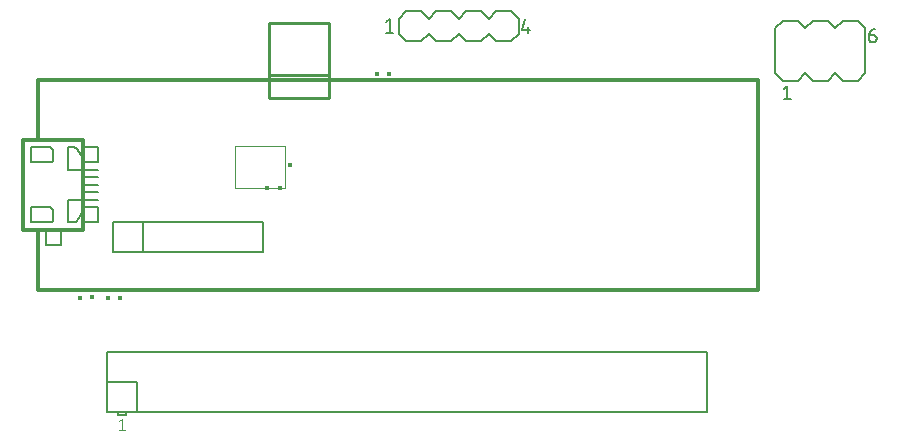
<source format=gto>
G75*
%MOIN*%
%OFA0B0*%
%FSLAX25Y25*%
%IPPOS*%
%LPD*%
%AMOC8*
5,1,8,0,0,1.08239X$1,22.5*
%
%ADD10C,0.00500*%
%ADD11C,0.00400*%
%ADD12C,0.01200*%
%ADD13R,0.01181X0.01181*%
%ADD14C,0.00600*%
%ADD15C,0.00197*%
%ADD16C,0.01000*%
D10*
X0064619Y0099331D02*
X0068369Y0099331D01*
X0068369Y0098081D01*
X0070869Y0098081D01*
X0070869Y0099331D01*
X0074619Y0099331D01*
X0074619Y0109331D01*
X0064619Y0109331D01*
X0064619Y0099331D01*
X0068369Y0099331D02*
X0070869Y0099331D01*
X0074619Y0099331D02*
X0264619Y0099331D01*
X0264619Y0119331D01*
X0064619Y0119331D01*
X0064619Y0109331D01*
X0066667Y0152500D02*
X0066667Y0162500D01*
X0076667Y0162500D01*
X0076667Y0152500D01*
X0066667Y0152500D01*
X0076667Y0152500D02*
X0116667Y0152500D01*
X0116667Y0162500D01*
X0076667Y0162500D01*
X0061667Y0162500D02*
X0056667Y0162500D01*
X0054538Y0163057D02*
X0056667Y0166250D01*
X0056667Y0167500D02*
X0061667Y0167500D01*
X0061667Y0162500D01*
X0053498Y0162500D02*
X0051667Y0162500D01*
X0051667Y0170000D01*
X0056667Y0170000D01*
X0061667Y0170000D01*
X0061667Y0172500D02*
X0056667Y0172500D01*
X0056667Y0175000D02*
X0061667Y0175000D01*
X0061667Y0177500D02*
X0056667Y0177500D01*
X0056667Y0180000D02*
X0051667Y0180000D01*
X0051667Y0187500D01*
X0053498Y0187500D01*
X0054538Y0186943D02*
X0056667Y0183750D01*
X0056667Y0182500D02*
X0061667Y0182500D01*
X0061667Y0187500D01*
X0056667Y0187500D01*
X0054538Y0186943D02*
X0054499Y0186999D01*
X0054456Y0187053D01*
X0054411Y0187104D01*
X0054363Y0187152D01*
X0054313Y0187198D01*
X0054260Y0187241D01*
X0054204Y0187281D01*
X0054147Y0187318D01*
X0054088Y0187352D01*
X0054027Y0187383D01*
X0053964Y0187410D01*
X0053900Y0187434D01*
X0053835Y0187454D01*
X0053769Y0187470D01*
X0053702Y0187483D01*
X0053634Y0187493D01*
X0053566Y0187498D01*
X0053498Y0187500D01*
X0046667Y0186250D02*
X0046667Y0183750D01*
X0046665Y0183682D01*
X0046660Y0183615D01*
X0046651Y0183548D01*
X0046638Y0183481D01*
X0046621Y0183416D01*
X0046602Y0183351D01*
X0046578Y0183287D01*
X0046551Y0183225D01*
X0046521Y0183164D01*
X0046488Y0183106D01*
X0046452Y0183049D01*
X0046412Y0182994D01*
X0046370Y0182941D01*
X0046324Y0182890D01*
X0046277Y0182843D01*
X0046226Y0182797D01*
X0046173Y0182755D01*
X0046118Y0182715D01*
X0046061Y0182679D01*
X0046003Y0182646D01*
X0045942Y0182616D01*
X0045880Y0182589D01*
X0045816Y0182565D01*
X0045751Y0182546D01*
X0045686Y0182529D01*
X0045619Y0182516D01*
X0045552Y0182507D01*
X0045485Y0182502D01*
X0045417Y0182500D01*
X0039167Y0182500D01*
X0039167Y0187500D01*
X0045417Y0187500D01*
X0045485Y0187498D01*
X0045552Y0187493D01*
X0045619Y0187484D01*
X0045686Y0187471D01*
X0045751Y0187454D01*
X0045816Y0187435D01*
X0045880Y0187411D01*
X0045942Y0187384D01*
X0046003Y0187354D01*
X0046061Y0187321D01*
X0046118Y0187285D01*
X0046173Y0187245D01*
X0046226Y0187203D01*
X0046277Y0187157D01*
X0046324Y0187110D01*
X0046370Y0187059D01*
X0046412Y0187006D01*
X0046452Y0186951D01*
X0046488Y0186894D01*
X0046521Y0186836D01*
X0046551Y0186775D01*
X0046578Y0186713D01*
X0046602Y0186649D01*
X0046621Y0186584D01*
X0046638Y0186519D01*
X0046651Y0186452D01*
X0046660Y0186385D01*
X0046665Y0186318D01*
X0046667Y0186250D01*
X0056667Y0180000D02*
X0061667Y0180000D01*
X0046667Y0166250D02*
X0046667Y0163750D01*
X0046665Y0163682D01*
X0046660Y0163615D01*
X0046651Y0163548D01*
X0046638Y0163481D01*
X0046621Y0163416D01*
X0046602Y0163351D01*
X0046578Y0163287D01*
X0046551Y0163225D01*
X0046521Y0163164D01*
X0046488Y0163106D01*
X0046452Y0163049D01*
X0046412Y0162994D01*
X0046370Y0162941D01*
X0046324Y0162890D01*
X0046277Y0162843D01*
X0046226Y0162797D01*
X0046173Y0162755D01*
X0046118Y0162715D01*
X0046061Y0162679D01*
X0046003Y0162646D01*
X0045942Y0162616D01*
X0045880Y0162589D01*
X0045816Y0162565D01*
X0045751Y0162546D01*
X0045686Y0162529D01*
X0045619Y0162516D01*
X0045552Y0162507D01*
X0045485Y0162502D01*
X0045417Y0162500D01*
X0039167Y0162500D01*
X0039167Y0167500D01*
X0045417Y0167500D01*
X0045485Y0167498D01*
X0045552Y0167493D01*
X0045619Y0167484D01*
X0045686Y0167471D01*
X0045751Y0167454D01*
X0045816Y0167435D01*
X0045880Y0167411D01*
X0045942Y0167384D01*
X0046003Y0167354D01*
X0046061Y0167321D01*
X0046118Y0167285D01*
X0046173Y0167245D01*
X0046226Y0167203D01*
X0046277Y0167157D01*
X0046324Y0167110D01*
X0046370Y0167059D01*
X0046412Y0167006D01*
X0046452Y0166951D01*
X0046488Y0166894D01*
X0046521Y0166836D01*
X0046551Y0166775D01*
X0046578Y0166713D01*
X0046602Y0166649D01*
X0046621Y0166584D01*
X0046638Y0166519D01*
X0046651Y0166452D01*
X0046660Y0166385D01*
X0046665Y0166318D01*
X0046667Y0166250D01*
X0053498Y0162500D02*
X0053566Y0162502D01*
X0053634Y0162507D01*
X0053702Y0162517D01*
X0053769Y0162530D01*
X0053835Y0162546D01*
X0053900Y0162566D01*
X0053964Y0162590D01*
X0054027Y0162617D01*
X0054088Y0162648D01*
X0054147Y0162682D01*
X0054204Y0162719D01*
X0054260Y0162759D01*
X0054313Y0162802D01*
X0054363Y0162848D01*
X0054411Y0162896D01*
X0054456Y0162947D01*
X0054499Y0163001D01*
X0054538Y0163057D01*
X0049167Y0160000D02*
X0049167Y0155000D01*
X0044167Y0155000D01*
X0044167Y0160000D01*
X0157517Y0225650D02*
X0160017Y0225650D01*
X0158767Y0225650D02*
X0158767Y0230150D01*
X0157517Y0229150D01*
X0203017Y0226650D02*
X0205517Y0226650D01*
X0204767Y0227650D02*
X0204767Y0225650D01*
X0203017Y0226650D02*
X0204017Y0230150D01*
X0290117Y0206950D02*
X0291367Y0207950D01*
X0291367Y0203450D01*
X0290117Y0203450D02*
X0292617Y0203450D01*
X0318617Y0223700D02*
X0318617Y0224950D01*
X0320117Y0224950D01*
X0318617Y0224950D02*
X0318619Y0225037D01*
X0318625Y0225124D01*
X0318634Y0225211D01*
X0318647Y0225297D01*
X0318664Y0225383D01*
X0318685Y0225468D01*
X0318710Y0225551D01*
X0318738Y0225634D01*
X0318769Y0225715D01*
X0318804Y0225795D01*
X0318843Y0225873D01*
X0318885Y0225950D01*
X0318930Y0226025D01*
X0318979Y0226097D01*
X0319030Y0226168D01*
X0319085Y0226236D01*
X0319142Y0226301D01*
X0319203Y0226364D01*
X0319266Y0226425D01*
X0319331Y0226482D01*
X0319399Y0226537D01*
X0319470Y0226588D01*
X0319542Y0226637D01*
X0319617Y0226682D01*
X0319694Y0226724D01*
X0319772Y0226763D01*
X0319852Y0226798D01*
X0319933Y0226829D01*
X0320016Y0226857D01*
X0320099Y0226882D01*
X0320184Y0226903D01*
X0320270Y0226920D01*
X0320356Y0226933D01*
X0320443Y0226942D01*
X0320530Y0226948D01*
X0320617Y0226950D01*
X0321117Y0223950D02*
X0321117Y0223700D01*
X0321117Y0223950D02*
X0321115Y0224010D01*
X0321110Y0224071D01*
X0321101Y0224130D01*
X0321088Y0224189D01*
X0321072Y0224248D01*
X0321052Y0224305D01*
X0321029Y0224360D01*
X0321002Y0224415D01*
X0320973Y0224467D01*
X0320940Y0224518D01*
X0320904Y0224567D01*
X0320866Y0224613D01*
X0320824Y0224657D01*
X0320780Y0224699D01*
X0320734Y0224737D01*
X0320685Y0224773D01*
X0320634Y0224806D01*
X0320582Y0224835D01*
X0320527Y0224862D01*
X0320472Y0224885D01*
X0320415Y0224905D01*
X0320356Y0224921D01*
X0320297Y0224934D01*
X0320238Y0224943D01*
X0320177Y0224948D01*
X0320117Y0224950D01*
X0321117Y0223700D02*
X0321115Y0223631D01*
X0321109Y0223562D01*
X0321100Y0223494D01*
X0321087Y0223427D01*
X0321070Y0223360D01*
X0321049Y0223294D01*
X0321025Y0223230D01*
X0320997Y0223167D01*
X0320966Y0223105D01*
X0320932Y0223045D01*
X0320894Y0222988D01*
X0320853Y0222932D01*
X0320810Y0222879D01*
X0320763Y0222828D01*
X0320714Y0222780D01*
X0320662Y0222735D01*
X0320607Y0222693D01*
X0320551Y0222654D01*
X0320492Y0222617D01*
X0320431Y0222585D01*
X0320369Y0222555D01*
X0320305Y0222529D01*
X0320240Y0222507D01*
X0320174Y0222488D01*
X0320107Y0222473D01*
X0320039Y0222462D01*
X0319970Y0222454D01*
X0319901Y0222450D01*
X0319833Y0222450D01*
X0319764Y0222454D01*
X0319695Y0222462D01*
X0319627Y0222473D01*
X0319560Y0222488D01*
X0319494Y0222507D01*
X0319429Y0222529D01*
X0319365Y0222555D01*
X0319303Y0222585D01*
X0319242Y0222617D01*
X0319183Y0222654D01*
X0319127Y0222693D01*
X0319072Y0222735D01*
X0319020Y0222780D01*
X0318971Y0222828D01*
X0318924Y0222879D01*
X0318881Y0222932D01*
X0318840Y0222988D01*
X0318802Y0223045D01*
X0318768Y0223105D01*
X0318737Y0223167D01*
X0318709Y0223230D01*
X0318685Y0223294D01*
X0318664Y0223360D01*
X0318647Y0223427D01*
X0318634Y0223494D01*
X0318625Y0223562D01*
X0318619Y0223631D01*
X0318617Y0223700D01*
D11*
X0070569Y0093281D02*
X0068569Y0093281D01*
X0069569Y0093281D02*
X0069569Y0096881D01*
X0068569Y0096081D01*
D12*
X0041667Y0140000D02*
X0041667Y0160000D01*
X0044167Y0160000D01*
X0049167Y0160000D01*
X0056667Y0160000D01*
X0056667Y0162500D01*
X0056667Y0166250D01*
X0056667Y0167500D01*
X0056667Y0170000D01*
X0056667Y0172500D01*
X0056667Y0175000D01*
X0056667Y0177500D01*
X0056667Y0180000D01*
X0056667Y0182500D01*
X0056667Y0183750D01*
X0056667Y0187500D01*
X0056667Y0190000D01*
X0049167Y0190000D01*
X0044167Y0190000D01*
X0041667Y0190000D01*
X0041667Y0210000D01*
X0281667Y0210000D01*
X0281667Y0140000D01*
X0041667Y0140000D01*
X0041667Y0160000D02*
X0036667Y0160000D01*
X0036667Y0190000D01*
X0041667Y0190000D01*
D13*
X0055667Y0137400D03*
X0059567Y0137500D03*
X0064867Y0137400D03*
X0069067Y0137400D03*
X0118067Y0174000D03*
X0122267Y0174000D03*
X0125667Y0181600D03*
X0154667Y0212000D03*
X0158667Y0212000D03*
D14*
X0164267Y0222900D02*
X0169267Y0222900D01*
X0171767Y0225400D01*
X0174267Y0222900D01*
X0179267Y0222900D01*
X0181767Y0225400D01*
X0184267Y0222900D01*
X0189267Y0222900D01*
X0191767Y0225400D01*
X0194267Y0222900D01*
X0199267Y0222900D01*
X0201767Y0225400D01*
X0201767Y0230400D01*
X0199267Y0232900D01*
X0194267Y0232900D01*
X0191767Y0230400D01*
X0189267Y0232900D01*
X0184267Y0232900D01*
X0181767Y0230400D01*
X0179267Y0232900D01*
X0174267Y0232900D01*
X0171767Y0230400D01*
X0169267Y0232900D01*
X0164267Y0232900D01*
X0161767Y0230400D01*
X0161767Y0225400D01*
X0164267Y0222900D01*
X0287367Y0227200D02*
X0287367Y0212200D01*
X0289867Y0209700D01*
X0294867Y0209700D01*
X0297367Y0212200D01*
X0299867Y0209700D01*
X0304867Y0209700D01*
X0307367Y0212200D01*
X0309867Y0209700D01*
X0314867Y0209700D01*
X0317367Y0212200D01*
X0317367Y0227200D01*
X0314867Y0229700D01*
X0309867Y0229700D01*
X0307367Y0227200D01*
X0304867Y0229700D01*
X0299867Y0229700D01*
X0297367Y0227200D01*
X0294867Y0229700D01*
X0289867Y0229700D01*
X0287367Y0227200D01*
D15*
X0124033Y0187988D02*
X0124033Y0174012D01*
X0107301Y0174012D01*
X0107301Y0187988D01*
X0124033Y0187988D01*
D16*
X0118667Y0204000D02*
X0118667Y0211500D01*
X0138667Y0211500D01*
X0138667Y0204000D01*
X0118667Y0204000D01*
X0118667Y0211500D02*
X0118667Y0229000D01*
X0138667Y0229000D01*
X0138667Y0211500D01*
M02*

</source>
